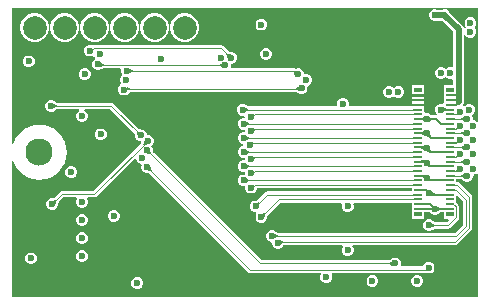
<source format=gbl>
G04*
G04 #@! TF.GenerationSoftware,Altium Limited,Altium Designer,25.1.2 (22)*
G04*
G04 Layer_Physical_Order=4*
G04 Layer_Color=16711680*
%FSLAX44Y44*%
%MOMM*%
G71*
G04*
G04 #@! TF.SameCoordinates,7ED34E8D-A4F8-468C-8B7F-49A99E5286A2*
G04*
G04*
G04 #@! TF.FilePolarity,Positive*
G04*
G01*
G75*
%ADD11C,0.2000*%
%ADD50C,0.1250*%
%ADD52C,0.5000*%
%ADD53C,2.0000*%
%ADD54C,2.3000*%
%ADD55C,0.6000*%
%ADD56R,0.6600X0.3500*%
%ADD57R,0.6600X0.1900*%
G36*
X397451Y151388D02*
X396201Y150870D01*
X395832Y151239D01*
X394155Y151934D01*
X393995Y152000D01*
X393000Y153214D01*
Y153995D01*
X392239Y155832D01*
X392387Y156577D01*
X392832Y156761D01*
X394239Y158168D01*
X395000Y160005D01*
Y161995D01*
X394239Y163832D01*
X392832Y165239D01*
X390995Y166000D01*
X389005D01*
X387168Y165239D01*
X385985Y164056D01*
X385480Y164127D01*
X385029Y164814D01*
X384935Y165366D01*
X385169Y165716D01*
X385518Y167472D01*
Y173000D01*
Y223903D01*
X386728Y224161D01*
X386768Y224161D01*
X388168Y222761D01*
X390005Y222000D01*
X391995D01*
X393832Y222761D01*
X395239Y224168D01*
X396000Y226005D01*
Y227995D01*
X395239Y229832D01*
X394571Y230500D01*
X395239Y231168D01*
X396000Y233005D01*
Y234995D01*
X395239Y236832D01*
X393832Y238239D01*
X391995Y239000D01*
X390005D01*
X388168Y238239D01*
X386761Y236832D01*
X386000Y234995D01*
Y233005D01*
X386761Y231168D01*
X387332Y230597D01*
X386543Y229693D01*
X385360Y229863D01*
X385169Y230826D01*
X384174Y232314D01*
X373651Y242838D01*
X373239Y243832D01*
X371832Y245239D01*
X369995Y246000D01*
X368005D01*
X367011Y245588D01*
X362989D01*
X361995Y246000D01*
X360005D01*
X358168Y245239D01*
X356761Y243832D01*
X356000Y241995D01*
Y240005D01*
X356761Y238168D01*
X358168Y236761D01*
X360005Y236000D01*
X361995D01*
X362989Y236412D01*
X367011D01*
X367162Y236349D01*
X376342Y227170D01*
Y197567D01*
X375302Y196873D01*
X374995Y197000D01*
X373005D01*
X371168Y196239D01*
X370000Y195071D01*
X368832Y196239D01*
X366995Y197000D01*
X365005D01*
X363168Y196239D01*
X361761Y194832D01*
X361000Y192995D01*
Y191005D01*
X361761Y189168D01*
X363168Y187761D01*
X365005Y187000D01*
X366995D01*
X368832Y187761D01*
X370000Y188929D01*
X371168Y187761D01*
X373005Y187000D01*
X374995D01*
X375302Y187127D01*
X376342Y186433D01*
Y181550D01*
X368250D01*
Y174050D01*
Y166833D01*
X367026Y165987D01*
X366995Y166000D01*
X365005D01*
X363168Y165239D01*
X361761Y163832D01*
X361000Y161995D01*
Y160005D01*
X361761Y158168D01*
X362743Y157185D01*
X362128Y156033D01*
X362000Y156059D01*
X362000Y156059D01*
X358405D01*
X358312Y156078D01*
X358220Y156106D01*
X358129Y156142D01*
X358035Y156188D01*
X357935Y156247D01*
X357830Y156322D01*
X357718Y156415D01*
X357550Y156575D01*
X357401Y156670D01*
X356832Y157239D01*
X354995Y158000D01*
X353005D01*
X352974Y157987D01*
X351750Y158833D01*
Y164000D01*
X346450D01*
X341150D01*
Y163676D01*
X288575D01*
X287880Y164716D01*
X288000Y165005D01*
Y166995D01*
X287239Y168832D01*
X285832Y170239D01*
X283995Y171000D01*
X282005D01*
X280168Y170239D01*
X278761Y168832D01*
X278000Y166995D01*
Y165005D01*
X278120Y164716D01*
X277425Y163676D01*
X202720D01*
X202705Y163681D01*
X202629Y163712D01*
X202520Y163769D01*
X202382Y163854D01*
X202239Y163956D01*
X201805Y164326D01*
X201569Y164557D01*
X201411Y164660D01*
X200832Y165239D01*
X198995Y166000D01*
X197005D01*
X195168Y165239D01*
X193761Y163832D01*
X193000Y161995D01*
Y160005D01*
X193761Y158168D01*
X195168Y156761D01*
X197005Y156000D01*
X198845D01*
X198905Y156000D01*
X199755Y155062D01*
X199538Y154003D01*
X198845Y154000D01*
X198005D01*
X196168Y153239D01*
X194761Y151832D01*
X194000Y149995D01*
Y148005D01*
X194761Y146168D01*
X196168Y144761D01*
X198005Y144000D01*
X198845D01*
X199995Y143995D01*
X199999Y143000D01*
X199995Y142005D01*
X198845Y142000D01*
X198005D01*
X196168Y141239D01*
X194761Y139832D01*
X194000Y137995D01*
Y136005D01*
X194761Y134168D01*
X196168Y132761D01*
X197845Y132066D01*
X198005Y132000D01*
X198825Y131000D01*
X198005Y130000D01*
X197845Y129934D01*
X196168Y129239D01*
X194761Y127832D01*
X194000Y125995D01*
Y124005D01*
X194761Y122168D01*
X196168Y120761D01*
X198005Y120000D01*
X198845D01*
X199995Y119995D01*
X199999Y119000D01*
X199995Y118005D01*
X198845Y118000D01*
X198005D01*
X196168Y117239D01*
X194761Y115832D01*
X194000Y113995D01*
Y112005D01*
X194761Y110168D01*
X196168Y108761D01*
X198005Y108000D01*
X198845D01*
X199995Y107995D01*
X199999Y107000D01*
X199995Y106005D01*
X198845Y106000D01*
X198005D01*
X196168Y105239D01*
X194761Y103832D01*
X194000Y101995D01*
Y100005D01*
X194761Y98168D01*
X196168Y96761D01*
X198005Y96000D01*
X198845D01*
X199995Y95995D01*
X200000Y94845D01*
Y94005D01*
X200761Y92168D01*
X202168Y90761D01*
X204005Y90000D01*
X205995D01*
X207832Y90761D01*
X209239Y92168D01*
X210000Y94005D01*
Y94324D01*
X341150D01*
Y91676D01*
X219000D01*
X217976Y91473D01*
X217108Y90892D01*
X217107Y90892D01*
X210445Y84230D01*
X210431Y84223D01*
X210355Y84191D01*
X210239Y84154D01*
X210080Y84117D01*
X209907Y84088D01*
X209338Y84042D01*
X209009Y84039D01*
X208823Y84000D01*
X208005D01*
X206168Y83239D01*
X204761Y81832D01*
X204000Y79995D01*
Y78005D01*
X204761Y76168D01*
X206168Y74761D01*
X208005Y74000D01*
X209161D01*
X209761Y72832D01*
X209000Y70995D01*
Y69005D01*
X209761Y67168D01*
X211168Y65761D01*
X213005Y65000D01*
X214995D01*
X216832Y65761D01*
X218239Y67168D01*
X219000Y69005D01*
Y69801D01*
X219038Y69964D01*
X219060Y70665D01*
X219083Y70880D01*
X219117Y71080D01*
X219154Y71239D01*
X219191Y71356D01*
X219223Y71431D01*
X219230Y71445D01*
X230109Y82324D01*
X281619D01*
X282447Y81074D01*
X282000Y79995D01*
Y78005D01*
X282761Y76168D01*
X284168Y74761D01*
X286005Y74000D01*
X287995D01*
X289832Y74761D01*
X291239Y76168D01*
X292000Y78005D01*
Y79995D01*
X291553Y81074D01*
X292381Y82324D01*
X341150D01*
Y78050D01*
Y68450D01*
X351750D01*
Y73941D01*
X356988D01*
X358168Y72761D01*
X360005Y72000D01*
X361995D01*
X363832Y72761D01*
X364401Y73330D01*
X364550Y73425D01*
X364718Y73585D01*
X364830Y73678D01*
X364935Y73753D01*
X365034Y73812D01*
X365129Y73858D01*
X365220Y73894D01*
X365312Y73922D01*
X365406Y73941D01*
X368250D01*
Y68450D01*
X372084D01*
X372562Y67295D01*
X370943Y65676D01*
X360720D01*
X360705Y65681D01*
X360629Y65712D01*
X360520Y65769D01*
X360382Y65854D01*
X360239Y65956D01*
X359805Y66326D01*
X359569Y66557D01*
X359411Y66660D01*
X358832Y67239D01*
X356995Y68000D01*
X355005D01*
X353168Y67239D01*
X351761Y65832D01*
X351000Y63995D01*
Y62005D01*
X351761Y60168D01*
X353168Y58761D01*
X355005Y58000D01*
X356995D01*
X358832Y58761D01*
X359395Y59324D01*
X359537Y59412D01*
X360048Y59892D01*
X360217Y60028D01*
X360382Y60146D01*
X360520Y60231D01*
X360629Y60288D01*
X360705Y60319D01*
X360720Y60324D01*
X372052D01*
X372052Y60324D01*
X373076Y60527D01*
X373944Y61108D01*
X380617Y67781D01*
X380618Y67781D01*
X381198Y68649D01*
X381401Y69673D01*
Y78727D01*
X381401Y78727D01*
X381198Y79751D01*
X380618Y80619D01*
X380617Y80619D01*
X379519Y81718D01*
X378850Y82165D01*
Y87626D01*
X380005Y88105D01*
X384522Y83587D01*
Y63198D01*
X378001Y56676D01*
X227720D01*
X227705Y56681D01*
X227629Y56712D01*
X227520Y56769D01*
X227382Y56854D01*
X227239Y56956D01*
X226805Y57326D01*
X226569Y57557D01*
X226411Y57660D01*
X225832Y58239D01*
X223995Y59000D01*
X222005D01*
X220168Y58239D01*
X218761Y56832D01*
X218000Y54995D01*
Y53005D01*
X218761Y51168D01*
X220168Y49761D01*
X221845Y49066D01*
X222005Y49000D01*
X223000Y47786D01*
Y47005D01*
X223761Y45168D01*
X225168Y43761D01*
X227005Y43000D01*
X228995D01*
X230832Y43761D01*
X232239Y45168D01*
X232414Y45592D01*
X232445Y45628D01*
X232583Y45875D01*
X232680Y46024D01*
X232762Y46129D01*
X232824Y46195D01*
X232836Y46205D01*
X282501D01*
X282979Y45050D01*
X282761Y44832D01*
X282000Y42995D01*
Y41005D01*
X282761Y39168D01*
X284168Y37761D01*
X286005Y37000D01*
X287995D01*
X289832Y37761D01*
X291239Y39168D01*
X292000Y41005D01*
Y42995D01*
X291239Y44832D01*
X291021Y45050D01*
X291499Y46205D01*
X377526D01*
X377526Y46205D01*
X378550Y46409D01*
X379419Y46989D01*
X391591Y59161D01*
X391591Y59161D01*
X392171Y60030D01*
X392375Y61054D01*
Y87246D01*
X392171Y88270D01*
X391591Y89138D01*
X391591Y89138D01*
X381837Y98892D01*
X380969Y99473D01*
X379945Y99677D01*
X378850Y100094D01*
Y102324D01*
X383280D01*
X383295Y102319D01*
X383371Y102288D01*
X383480Y102231D01*
X383618Y102146D01*
X383761Y102044D01*
X384195Y101674D01*
X384431Y101443D01*
X384590Y101340D01*
X385168Y100761D01*
X387005Y100000D01*
X388995D01*
X390832Y100761D01*
X392239Y102168D01*
X393000Y104005D01*
Y104786D01*
X393995Y106000D01*
X394155Y106066D01*
X395832Y106761D01*
X396201Y107130D01*
X397451Y106612D01*
Y2549D01*
X2549D01*
Y117908D01*
X3799Y118094D01*
X4416Y116060D01*
X6575Y112021D01*
X9480Y108480D01*
X13020Y105575D01*
X17060Y103416D01*
X21442Y102086D01*
X26000Y101637D01*
X30558Y102086D01*
X34940Y103416D01*
X38979Y105575D01*
X42520Y108480D01*
X45425Y112021D01*
X47584Y116060D01*
X48914Y120442D01*
X49363Y125000D01*
X48914Y129558D01*
X47584Y133940D01*
X45425Y137979D01*
X42520Y141520D01*
X38979Y144425D01*
X34940Y146584D01*
X30558Y147914D01*
X26000Y148363D01*
X21442Y147914D01*
X17060Y146584D01*
X13020Y144425D01*
X9480Y141520D01*
X6575Y137979D01*
X4416Y133940D01*
X3799Y131906D01*
X2549Y132092D01*
Y247451D01*
X397451D01*
Y151388D01*
D02*
G37*
G36*
X343181Y160081D02*
X343168Y160137D01*
X343130Y160187D01*
X343068Y160231D01*
X342980Y160269D01*
X342868Y160301D01*
X342730Y160328D01*
X342568Y160348D01*
X342168Y160372D01*
X341931Y160375D01*
Y161625D01*
X342168Y161628D01*
X342730Y161672D01*
X342868Y161699D01*
X342980Y161731D01*
X343068Y161769D01*
X343130Y161814D01*
X343168Y161864D01*
X343181Y161919D01*
Y160081D01*
D02*
G37*
G36*
X368361Y162891D02*
X368587Y162704D01*
X368819Y162539D01*
X369058Y162396D01*
X369303Y162275D01*
X369555Y162176D01*
X369813Y162099D01*
X370079Y162044D01*
X370350Y162011D01*
X370628Y162000D01*
Y160000D01*
X370350Y159989D01*
X370079Y159956D01*
X369813Y159901D01*
X369555Y159824D01*
X369303Y159725D01*
X369058Y159604D01*
X368819Y159461D01*
X368587Y159296D01*
X368361Y159109D01*
X368142Y158900D01*
Y163100D01*
X368361Y162891D01*
D02*
G37*
G36*
X200429Y162820D02*
X200983Y162348D01*
X201251Y162156D01*
X201513Y161994D01*
X201769Y161861D01*
X202020Y161758D01*
X202264Y161684D01*
X202502Y161640D01*
X202734Y161625D01*
Y160375D01*
X202502Y160360D01*
X202264Y160316D01*
X202020Y160242D01*
X201769Y160139D01*
X201513Y160006D01*
X201251Y159844D01*
X200983Y159652D01*
X200709Y159431D01*
X200142Y158900D01*
Y163100D01*
X200429Y162820D01*
D02*
G37*
G36*
X208727Y156558D02*
X208576Y156402D01*
X208223Y155986D01*
X208139Y155865D01*
X208072Y155752D01*
X208022Y155647D01*
X207990Y155552D01*
X207974Y155465D01*
X207975Y155386D01*
X207033Y157206D01*
X207095Y157159D01*
X207161Y157127D01*
X207232Y157112D01*
X207306Y157112D01*
X207385Y157127D01*
X207468Y157159D01*
X207556Y157206D01*
X207647Y157269D01*
X207743Y157347D01*
X207843Y157442D01*
X208727Y156558D01*
D02*
G37*
G36*
X379922Y156836D02*
X379886Y156862D01*
X379844Y156877D01*
X379797Y156879D01*
X379744Y156869D01*
X379687Y156847D01*
X379623Y156813D01*
X379554Y156768D01*
X379480Y156710D01*
X379401Y156640D01*
X379315Y156558D01*
X378432Y157442D01*
X378562Y157575D01*
X378938Y158007D01*
X378995Y158090D01*
X379038Y158163D01*
X379066Y158226D01*
X379079Y158280D01*
X379077Y158323D01*
X379922Y156836D01*
D02*
G37*
G36*
X376832Y157864D02*
X376870Y157814D01*
X376932Y157769D01*
X377020Y157731D01*
X377132Y157699D01*
X377270Y157672D01*
X377432Y157652D01*
X377832Y157628D01*
X378069Y157625D01*
Y156375D01*
X377832Y156372D01*
X377270Y156328D01*
X377132Y156301D01*
X377020Y156269D01*
X376932Y156231D01*
X376870Y156187D01*
X376832Y156137D01*
X376819Y156081D01*
Y157920D01*
X376832Y157864D01*
D02*
G37*
G36*
X343181Y156081D02*
X343168Y156137D01*
X343130Y156187D01*
X343068Y156231D01*
X342980Y156269D01*
X342868Y156301D01*
X342730Y156328D01*
X342568Y156348D01*
X342168Y156372D01*
X341931Y156375D01*
Y157625D01*
X342168Y157628D01*
X342730Y157672D01*
X342868Y157699D01*
X342980Y157731D01*
X343068Y157769D01*
X343130Y157814D01*
X343168Y157864D01*
X343181Y157920D01*
Y156081D01*
D02*
G37*
G36*
X376832Y153872D02*
X376870Y153829D01*
X376932Y153791D01*
X377020Y153759D01*
X377132Y153731D01*
X377270Y153708D01*
X377432Y153691D01*
X377832Y153671D01*
X378069Y153668D01*
Y152418D01*
X377832Y152415D01*
X377432Y152388D01*
X377270Y152364D01*
X377132Y152334D01*
X377020Y152297D01*
X376932Y152253D01*
X376870Y152202D01*
X376832Y152145D01*
X376819Y152080D01*
Y153919D01*
X376832Y153872D01*
D02*
G37*
G36*
X385827Y150931D02*
X385547Y151214D01*
X385001Y151690D01*
X384736Y151883D01*
X384477Y152046D01*
X384222Y152180D01*
X383973Y152284D01*
X383729Y152359D01*
X383490Y152403D01*
X383257Y152418D01*
X383275Y153668D01*
X383506Y153683D01*
X383744Y153727D01*
X383988Y153800D01*
X384239Y153902D01*
X384497Y154034D01*
X384762Y154195D01*
X385033Y154385D01*
X385312Y154604D01*
X385888Y155131D01*
X385827Y150931D01*
D02*
G37*
G36*
X356361Y154891D02*
X356587Y154704D01*
X356819Y154539D01*
X357058Y154396D01*
X357303Y154275D01*
X357555Y154176D01*
X357813Y154099D01*
X358078Y154044D01*
X358350Y154011D01*
X358628Y154000D01*
Y152000D01*
X358350Y151989D01*
X358078Y151956D01*
X357813Y151901D01*
X357555Y151824D01*
X357303Y151725D01*
X357058Y151604D01*
X356819Y151461D01*
X356587Y151296D01*
X356361Y151109D01*
X356142Y150900D01*
Y155100D01*
X356361Y154891D01*
D02*
G37*
G36*
X351858Y150900D02*
X351639Y151109D01*
X351413Y151296D01*
X351181Y151461D01*
X350942Y151604D01*
X350697Y151725D01*
X350445Y151824D01*
X350187Y151901D01*
X349921Y151956D01*
X349650Y151989D01*
X349372Y152000D01*
Y154000D01*
X349650Y154011D01*
X349921Y154044D01*
X350187Y154099D01*
X350445Y154176D01*
X350697Y154275D01*
X350942Y154396D01*
X351181Y154539D01*
X351413Y154704D01*
X351639Y154891D01*
X351858Y155100D01*
Y150900D01*
D02*
G37*
G36*
X343181Y148081D02*
X343168Y148137D01*
X343130Y148187D01*
X343068Y148231D01*
X342980Y148269D01*
X342868Y148301D01*
X342730Y148328D01*
X342568Y148349D01*
X342168Y148372D01*
X341931Y148375D01*
Y149625D01*
X342168Y149628D01*
X342730Y149672D01*
X342868Y149699D01*
X342980Y149731D01*
X343068Y149769D01*
X343130Y149813D01*
X343168Y149864D01*
X343181Y149920D01*
Y148081D01*
D02*
G37*
G36*
X201429Y150820D02*
X201983Y150348D01*
X202251Y150156D01*
X202513Y149994D01*
X202769Y149861D01*
X203020Y149758D01*
X203264Y149684D01*
X203502Y149640D01*
X203734Y149625D01*
Y148375D01*
X203502Y148360D01*
X203264Y148316D01*
X203020Y148242D01*
X202769Y148139D01*
X202513Y148006D01*
X202251Y147844D01*
X201983Y147652D01*
X201709Y147431D01*
X201142Y146900D01*
Y151100D01*
X201429Y150820D01*
D02*
G37*
G36*
X208727Y144558D02*
X208576Y144402D01*
X208223Y143986D01*
X208139Y143865D01*
X208072Y143752D01*
X208022Y143647D01*
X207990Y143552D01*
X207974Y143465D01*
X207975Y143386D01*
X207033Y145206D01*
X207095Y145159D01*
X207161Y145127D01*
X207232Y145112D01*
X207306Y145112D01*
X207385Y145127D01*
X207468Y145159D01*
X207556Y145206D01*
X207647Y145269D01*
X207743Y145347D01*
X207843Y145442D01*
X208727Y144558D01*
D02*
G37*
G36*
X379922Y144836D02*
X379886Y144862D01*
X379844Y144877D01*
X379797Y144879D01*
X379744Y144869D01*
X379687Y144847D01*
X379623Y144813D01*
X379554Y144768D01*
X379480Y144710D01*
X379401Y144640D01*
X379315Y144558D01*
X378432Y145442D01*
X378562Y145575D01*
X378938Y146007D01*
X378995Y146090D01*
X379038Y146163D01*
X379066Y146227D01*
X379079Y146280D01*
X379077Y146323D01*
X379922Y144836D01*
D02*
G37*
G36*
X376832Y145864D02*
X376870Y145814D01*
X376932Y145769D01*
X377020Y145731D01*
X377132Y145699D01*
X377270Y145672D01*
X377432Y145652D01*
X377832Y145628D01*
X378069Y145625D01*
Y144375D01*
X377832Y144372D01*
X377270Y144328D01*
X377132Y144301D01*
X377020Y144269D01*
X376932Y144231D01*
X376870Y144186D01*
X376832Y144136D01*
X376819Y144080D01*
Y145920D01*
X376832Y145864D01*
D02*
G37*
G36*
X343181Y144080D02*
X343168Y144136D01*
X343130Y144186D01*
X343068Y144231D01*
X342980Y144269D01*
X342868Y144301D01*
X342730Y144328D01*
X342568Y144348D01*
X342168Y144372D01*
X341931Y144375D01*
Y145625D01*
X342168Y145628D01*
X342730Y145672D01*
X342868Y145699D01*
X342980Y145731D01*
X343068Y145769D01*
X343130Y145814D01*
X343168Y145864D01*
X343181Y145920D01*
Y144080D01*
D02*
G37*
G36*
X376832Y141863D02*
X376870Y141813D01*
X376932Y141769D01*
X377020Y141731D01*
X377132Y141699D01*
X377270Y141672D01*
X377432Y141651D01*
X377832Y141628D01*
X378069Y141625D01*
Y140375D01*
X377832Y140372D01*
X377270Y140328D01*
X377132Y140301D01*
X377020Y140269D01*
X376932Y140231D01*
X376870Y140187D01*
X376832Y140136D01*
X376819Y140080D01*
Y141919D01*
X376832Y141863D01*
D02*
G37*
G36*
X385858Y138900D02*
X385571Y139180D01*
X385017Y139652D01*
X384749Y139844D01*
X384487Y140006D01*
X384231Y140139D01*
X383980Y140242D01*
X383736Y140316D01*
X383498Y140360D01*
X383266Y140375D01*
Y141625D01*
X383498Y141640D01*
X383736Y141684D01*
X383980Y141758D01*
X384231Y141861D01*
X384487Y141994D01*
X384749Y142156D01*
X385017Y142348D01*
X385291Y142569D01*
X385858Y143100D01*
Y138900D01*
D02*
G37*
G36*
X351858D02*
X351639Y139109D01*
X351413Y139296D01*
X351181Y139461D01*
X350942Y139604D01*
X350697Y139725D01*
X350445Y139824D01*
X350187Y139901D01*
X349921Y139956D01*
X349650Y139989D01*
X349372Y140000D01*
Y142000D01*
X349650Y142011D01*
X349921Y142044D01*
X350187Y142099D01*
X350445Y142176D01*
X350697Y142275D01*
X350942Y142396D01*
X351181Y142539D01*
X351413Y142704D01*
X351639Y142891D01*
X351858Y143100D01*
Y138900D01*
D02*
G37*
G36*
X357007Y140667D02*
X357034Y140376D01*
X357082Y140095D01*
X357149Y139825D01*
X357237Y139566D01*
X357345Y139318D01*
X357474Y139081D01*
X357622Y138854D01*
X357791Y138639D01*
X357980Y138434D01*
X356566Y137020D01*
X356361Y137209D01*
X356146Y137378D01*
X355919Y137526D01*
X355682Y137655D01*
X355434Y137763D01*
X355175Y137851D01*
X354905Y137918D01*
X354624Y137966D01*
X354333Y137993D01*
X354030Y138000D01*
X357000Y140970D01*
X357007Y140667D01*
D02*
G37*
G36*
X343181Y136081D02*
X343168Y136137D01*
X343130Y136187D01*
X343068Y136231D01*
X342980Y136269D01*
X342868Y136301D01*
X342730Y136328D01*
X342568Y136348D01*
X342168Y136372D01*
X341931Y136375D01*
Y137625D01*
X342168Y137628D01*
X342730Y137672D01*
X342868Y137699D01*
X342980Y137731D01*
X343068Y137769D01*
X343130Y137814D01*
X343168Y137864D01*
X343181Y137920D01*
Y136081D01*
D02*
G37*
G36*
X201429Y138820D02*
X201983Y138348D01*
X202251Y138156D01*
X202513Y137994D01*
X202769Y137861D01*
X203020Y137758D01*
X203264Y137684D01*
X203502Y137640D01*
X203734Y137625D01*
Y136375D01*
X203502Y136360D01*
X203264Y136316D01*
X203020Y136242D01*
X202769Y136139D01*
X202513Y136006D01*
X202251Y135844D01*
X201983Y135652D01*
X201709Y135431D01*
X201142Y134900D01*
Y139100D01*
X201429Y138820D01*
D02*
G37*
G36*
X207727Y132558D02*
X207576Y132402D01*
X207223Y131986D01*
X207139Y131865D01*
X207072Y131752D01*
X207022Y131648D01*
X206990Y131552D01*
X206974Y131465D01*
X206975Y131386D01*
X206033Y133206D01*
X206095Y133159D01*
X206161Y133127D01*
X206231Y133112D01*
X206306Y133111D01*
X206385Y133127D01*
X206468Y133159D01*
X206556Y133206D01*
X206647Y133269D01*
X206743Y133348D01*
X206843Y133442D01*
X207727Y132558D01*
D02*
G37*
G36*
X379954Y132806D02*
X379895Y132852D01*
X379831Y132882D01*
X379764Y132896D01*
X379692Y132895D01*
X379615Y132879D01*
X379534Y132848D01*
X379449Y132801D01*
X379359Y132739D01*
X379265Y132661D01*
X379167Y132568D01*
X378283Y133452D01*
X378433Y133606D01*
X378782Y134016D01*
X378865Y134134D01*
X378931Y134244D01*
X378980Y134345D01*
X379013Y134438D01*
X379029Y134521D01*
X379027Y134596D01*
X379954Y132806D01*
D02*
G37*
G36*
X376832Y133865D02*
X376870Y133817D01*
X376932Y133775D01*
X377020Y133738D01*
X377132Y133706D01*
X377270Y133681D01*
X377432Y133661D01*
X377832Y133638D01*
X378069Y133635D01*
Y132385D01*
X377832Y132382D01*
X377270Y132337D01*
X377132Y132309D01*
X377020Y132276D01*
X376932Y132236D01*
X376870Y132190D01*
X376832Y132138D01*
X376819Y132080D01*
Y133919D01*
X376832Y133865D01*
D02*
G37*
G36*
X343181Y132080D02*
X343168Y132136D01*
X343130Y132186D01*
X343068Y132231D01*
X342980Y132269D01*
X342868Y132301D01*
X342730Y132328D01*
X342568Y132348D01*
X342168Y132372D01*
X341931Y132375D01*
Y133625D01*
X342168Y133628D01*
X342730Y133672D01*
X342868Y133699D01*
X342980Y133731D01*
X343068Y133769D01*
X343130Y133813D01*
X343168Y133864D01*
X343181Y133919D01*
Y132080D01*
D02*
G37*
G36*
X376832Y129864D02*
X376870Y129813D01*
X376932Y129769D01*
X377020Y129731D01*
X377132Y129699D01*
X377270Y129672D01*
X377432Y129651D01*
X377832Y129628D01*
X378069Y129625D01*
Y128375D01*
X377832Y128372D01*
X377270Y128328D01*
X377132Y128301D01*
X377020Y128269D01*
X376932Y128231D01*
X376870Y128187D01*
X376832Y128136D01*
X376819Y128081D01*
Y129920D01*
X376832Y129864D01*
D02*
G37*
G36*
X385858Y126900D02*
X385571Y127180D01*
X385017Y127652D01*
X384749Y127844D01*
X384487Y128006D01*
X384231Y128139D01*
X383980Y128242D01*
X383736Y128316D01*
X383498Y128360D01*
X383266Y128375D01*
Y129625D01*
X383498Y129640D01*
X383736Y129684D01*
X383980Y129758D01*
X384231Y129861D01*
X384487Y129994D01*
X384749Y130156D01*
X385017Y130348D01*
X385291Y130569D01*
X385858Y131100D01*
Y126900D01*
D02*
G37*
G36*
X351495Y126725D02*
X351327Y126957D01*
X351146Y127166D01*
X350952Y127350D01*
X350745Y127509D01*
X350525Y127644D01*
X350292Y127754D01*
X350046Y127840D01*
X349787Y127901D01*
X349515Y127938D01*
X349230Y127950D01*
X349647Y129950D01*
X349916Y129959D01*
X350185Y129986D01*
X350452Y130031D01*
X350719Y130093D01*
X350985Y130174D01*
X351250Y130273D01*
X351513Y130389D01*
X351777Y130524D01*
X352039Y130676D01*
X352300Y130847D01*
X351495Y126725D01*
D02*
G37*
G36*
X357002Y128011D02*
X357027Y127730D01*
X357072Y127458D01*
X357139Y127195D01*
X357226Y126941D01*
X357335Y126696D01*
X357464Y126461D01*
X357615Y126234D01*
X357787Y126017D01*
X357980Y125809D01*
X356566Y124395D01*
X356358Y124588D01*
X356141Y124760D01*
X355914Y124910D01*
X355679Y125040D01*
X355434Y125149D01*
X355180Y125236D01*
X354917Y125303D01*
X354645Y125348D01*
X354364Y125373D01*
X354074Y125376D01*
X356999Y128301D01*
X357002Y128011D01*
D02*
G37*
G36*
X343181Y124080D02*
X343168Y124136D01*
X343130Y124186D01*
X343068Y124231D01*
X342980Y124269D01*
X342868Y124301D01*
X342730Y124328D01*
X342568Y124348D01*
X342168Y124372D01*
X341931Y124375D01*
Y125625D01*
X342168Y125628D01*
X342730Y125672D01*
X342868Y125699D01*
X342980Y125731D01*
X343068Y125769D01*
X343130Y125814D01*
X343168Y125864D01*
X343181Y125920D01*
Y124080D01*
D02*
G37*
G36*
X201429Y126820D02*
X201983Y126348D01*
X202251Y126156D01*
X202513Y125994D01*
X202769Y125861D01*
X203020Y125758D01*
X203264Y125684D01*
X203502Y125640D01*
X203734Y125625D01*
Y124375D01*
X203502Y124360D01*
X203264Y124316D01*
X203020Y124242D01*
X202769Y124139D01*
X202513Y124006D01*
X202251Y123844D01*
X201983Y123652D01*
X201709Y123431D01*
X201142Y122900D01*
Y127100D01*
X201429Y126820D01*
D02*
G37*
G36*
X208727Y120558D02*
X208576Y120402D01*
X208223Y119986D01*
X208139Y119865D01*
X208072Y119752D01*
X208022Y119648D01*
X207990Y119552D01*
X207974Y119465D01*
X207975Y119386D01*
X207033Y121206D01*
X207095Y121159D01*
X207161Y121127D01*
X207232Y121112D01*
X207306Y121111D01*
X207385Y121127D01*
X207468Y121159D01*
X207556Y121206D01*
X207647Y121269D01*
X207743Y121348D01*
X207843Y121442D01*
X208727Y120558D01*
D02*
G37*
G36*
X379922Y120836D02*
X379886Y120863D01*
X379844Y120877D01*
X379797Y120879D01*
X379744Y120869D01*
X379687Y120847D01*
X379623Y120813D01*
X379554Y120767D01*
X379480Y120710D01*
X379401Y120640D01*
X379315Y120558D01*
X378432Y121442D01*
X378562Y121575D01*
X378938Y122007D01*
X378995Y122090D01*
X379038Y122163D01*
X379066Y122226D01*
X379079Y122280D01*
X379077Y122323D01*
X379922Y120836D01*
D02*
G37*
G36*
X376832Y121864D02*
X376870Y121813D01*
X376932Y121769D01*
X377020Y121731D01*
X377132Y121699D01*
X377270Y121672D01*
X377432Y121651D01*
X377832Y121628D01*
X378069Y121625D01*
Y120375D01*
X377832Y120372D01*
X377270Y120328D01*
X377132Y120301D01*
X377020Y120269D01*
X376932Y120231D01*
X376870Y120187D01*
X376832Y120136D01*
X376819Y120080D01*
Y121919D01*
X376832Y121864D01*
D02*
G37*
G36*
X343181Y120080D02*
X343168Y120136D01*
X343130Y120187D01*
X343068Y120231D01*
X342980Y120269D01*
X342868Y120301D01*
X342730Y120328D01*
X342568Y120349D01*
X342168Y120372D01*
X341931Y120375D01*
Y121625D01*
X342168Y121628D01*
X342730Y121672D01*
X342868Y121699D01*
X342980Y121731D01*
X343068Y121769D01*
X343130Y121813D01*
X343168Y121864D01*
X343181Y121919D01*
Y120080D01*
D02*
G37*
G36*
X376832Y117864D02*
X376870Y117814D01*
X376932Y117769D01*
X377020Y117731D01*
X377132Y117699D01*
X377270Y117672D01*
X377432Y117652D01*
X377832Y117628D01*
X378069Y117625D01*
Y116375D01*
X377832Y116372D01*
X377270Y116328D01*
X377132Y116301D01*
X377020Y116269D01*
X376932Y116231D01*
X376870Y116187D01*
X376832Y116136D01*
X376819Y116081D01*
Y117920D01*
X376832Y117864D01*
D02*
G37*
G36*
X385858Y114900D02*
X385571Y115180D01*
X385017Y115652D01*
X384749Y115844D01*
X384487Y116006D01*
X384231Y116139D01*
X383980Y116242D01*
X383736Y116316D01*
X383498Y116360D01*
X383266Y116375D01*
Y117625D01*
X383498Y117640D01*
X383736Y117684D01*
X383980Y117758D01*
X384231Y117861D01*
X384487Y117994D01*
X384749Y118156D01*
X385017Y118348D01*
X385291Y118569D01*
X385858Y119100D01*
Y114900D01*
D02*
G37*
G36*
X351226Y114732D02*
X351112Y114973D01*
X350978Y115188D01*
X350825Y115379D01*
X350652Y115543D01*
X350459Y115683D01*
X350247Y115797D01*
X350015Y115886D01*
X349764Y115949D01*
X349493Y115987D01*
X349203Y116000D01*
X349419Y118000D01*
X349803Y118006D01*
X350895Y118100D01*
X351239Y118156D01*
X351894Y118306D01*
X352207Y118400D01*
X352801Y118625D01*
X351226Y114732D01*
D02*
G37*
G36*
X356801Y114768D02*
X356811Y114699D01*
X356840Y114618D01*
X356888Y114525D01*
X356956Y114419D01*
X357043Y114302D01*
X357274Y114029D01*
X357582Y113707D01*
X356168Y112293D01*
X356001Y112457D01*
X355574Y112832D01*
X355456Y112919D01*
X355350Y112987D01*
X355257Y113035D01*
X355176Y113064D01*
X355107Y113074D01*
X355051Y113065D01*
X356810Y114824D01*
X356801Y114768D01*
D02*
G37*
G36*
X343181Y112080D02*
X343168Y112136D01*
X343130Y112186D01*
X343068Y112231D01*
X342980Y112269D01*
X342868Y112301D01*
X342730Y112328D01*
X342568Y112348D01*
X342168Y112372D01*
X341931Y112375D01*
Y113625D01*
X342168Y113628D01*
X342730Y113672D01*
X342868Y113699D01*
X342980Y113731D01*
X343068Y113769D01*
X343130Y113813D01*
X343168Y113864D01*
X343181Y113919D01*
Y112080D01*
D02*
G37*
G36*
X201429Y114820D02*
X201983Y114348D01*
X202251Y114156D01*
X202513Y113994D01*
X202769Y113861D01*
X203020Y113758D01*
X203264Y113684D01*
X203502Y113640D01*
X203734Y113625D01*
Y112375D01*
X203502Y112360D01*
X203264Y112316D01*
X203020Y112242D01*
X202769Y112139D01*
X202513Y112006D01*
X202251Y111844D01*
X201983Y111652D01*
X201709Y111431D01*
X201142Y110900D01*
Y115100D01*
X201429Y114820D01*
D02*
G37*
G36*
X208727Y108558D02*
X208576Y108402D01*
X208223Y107986D01*
X208139Y107865D01*
X208072Y107752D01*
X208022Y107647D01*
X207990Y107552D01*
X207974Y107465D01*
X207975Y107386D01*
X207033Y109206D01*
X207095Y109159D01*
X207161Y109127D01*
X207232Y109112D01*
X207306Y109111D01*
X207385Y109127D01*
X207468Y109159D01*
X207556Y109206D01*
X207647Y109269D01*
X207743Y109347D01*
X207843Y109442D01*
X208727Y108558D01*
D02*
G37*
G36*
X379922Y108836D02*
X379886Y108862D01*
X379844Y108877D01*
X379797Y108879D01*
X379744Y108869D01*
X379687Y108847D01*
X379623Y108813D01*
X379554Y108767D01*
X379480Y108710D01*
X379401Y108640D01*
X379315Y108558D01*
X378432Y109442D01*
X378562Y109575D01*
X378938Y110007D01*
X378995Y110090D01*
X379038Y110163D01*
X379066Y110226D01*
X379079Y110280D01*
X379077Y110323D01*
X379922Y108836D01*
D02*
G37*
G36*
X376832Y109864D02*
X376870Y109813D01*
X376932Y109769D01*
X377020Y109731D01*
X377132Y109699D01*
X377270Y109672D01*
X377432Y109651D01*
X377832Y109628D01*
X378069Y109625D01*
Y108375D01*
X377832Y108372D01*
X377270Y108328D01*
X377132Y108301D01*
X377020Y108269D01*
X376932Y108231D01*
X376870Y108187D01*
X376832Y108137D01*
X376819Y108081D01*
Y109920D01*
X376832Y109864D01*
D02*
G37*
G36*
X343181Y108081D02*
X343168Y108137D01*
X343130Y108187D01*
X343068Y108231D01*
X342980Y108269D01*
X342868Y108301D01*
X342730Y108328D01*
X342568Y108349D01*
X342168Y108372D01*
X341931Y108375D01*
Y109625D01*
X342168Y109628D01*
X342730Y109672D01*
X342868Y109699D01*
X342980Y109731D01*
X343068Y109769D01*
X343130Y109813D01*
X343168Y109864D01*
X343181Y109920D01*
Y108081D01*
D02*
G37*
G36*
X376832Y105864D02*
X376870Y105814D01*
X376932Y105769D01*
X377020Y105731D01*
X377132Y105699D01*
X377270Y105672D01*
X377432Y105652D01*
X377832Y105628D01*
X378069Y105625D01*
Y104375D01*
X377832Y104372D01*
X377270Y104328D01*
X377132Y104301D01*
X377020Y104269D01*
X376932Y104231D01*
X376870Y104186D01*
X376832Y104136D01*
X376819Y104080D01*
Y105920D01*
X376832Y105864D01*
D02*
G37*
G36*
X385858Y102900D02*
X385571Y103180D01*
X385017Y103652D01*
X384749Y103844D01*
X384487Y104006D01*
X384231Y104139D01*
X383980Y104242D01*
X383736Y104316D01*
X383498Y104360D01*
X383266Y104375D01*
Y105625D01*
X383498Y105640D01*
X383736Y105684D01*
X383980Y105758D01*
X384231Y105861D01*
X384487Y105994D01*
X384749Y106156D01*
X385017Y106348D01*
X385291Y106569D01*
X385858Y107100D01*
Y102900D01*
D02*
G37*
G36*
X343181Y100080D02*
X343168Y100136D01*
X343130Y100187D01*
X343068Y100231D01*
X342980Y100269D01*
X342868Y100301D01*
X342730Y100328D01*
X342568Y100349D01*
X342168Y100372D01*
X341931Y100375D01*
Y101625D01*
X342168Y101628D01*
X342730Y101672D01*
X342868Y101699D01*
X342980Y101731D01*
X343068Y101769D01*
X343130Y101813D01*
X343168Y101864D01*
X343181Y101919D01*
Y100080D01*
D02*
G37*
G36*
X201429Y102820D02*
X201983Y102348D01*
X202251Y102156D01*
X202513Y101994D01*
X202769Y101861D01*
X203020Y101758D01*
X203264Y101684D01*
X203502Y101640D01*
X203734Y101625D01*
Y100375D01*
X203502Y100360D01*
X203264Y100316D01*
X203020Y100242D01*
X202769Y100139D01*
X202513Y100006D01*
X202251Y99844D01*
X201983Y99652D01*
X201709Y99431D01*
X201142Y98900D01*
Y103100D01*
X201429Y102820D01*
D02*
G37*
G36*
X208727Y96558D02*
X208576Y96402D01*
X208223Y95986D01*
X208139Y95865D01*
X208072Y95752D01*
X208022Y95647D01*
X207990Y95552D01*
X207974Y95465D01*
X207975Y95386D01*
X207033Y97206D01*
X207095Y97159D01*
X207161Y97127D01*
X207232Y97112D01*
X207306Y97112D01*
X207385Y97127D01*
X207468Y97159D01*
X207556Y97206D01*
X207647Y97269D01*
X207743Y97347D01*
X207843Y97442D01*
X208727Y96558D01*
D02*
G37*
G36*
X376832Y97864D02*
X376870Y97814D01*
X376932Y97769D01*
X377020Y97731D01*
X377132Y97699D01*
X377270Y97672D01*
X377432Y97652D01*
X377832Y97628D01*
X378069Y97625D01*
Y96375D01*
X377832Y96372D01*
X377270Y96328D01*
X377132Y96301D01*
X377020Y96269D01*
X376932Y96231D01*
X376870Y96187D01*
X376832Y96137D01*
X376819Y96081D01*
Y97920D01*
X376832Y97864D01*
D02*
G37*
G36*
X343181Y96081D02*
X343168Y96137D01*
X343130Y96187D01*
X343068Y96231D01*
X342980Y96269D01*
X342868Y96301D01*
X342730Y96328D01*
X342568Y96348D01*
X342168Y96372D01*
X341931Y96375D01*
Y97625D01*
X342168Y97628D01*
X342730Y97672D01*
X342868Y97699D01*
X342980Y97731D01*
X343068Y97769D01*
X343130Y97814D01*
X343168Y97864D01*
X343181Y97920D01*
Y96081D01*
D02*
G37*
G36*
X376832Y93863D02*
X376870Y93813D01*
X376932Y93769D01*
X377020Y93731D01*
X377132Y93699D01*
X377270Y93672D01*
X377432Y93652D01*
X377832Y93628D01*
X378069Y93625D01*
Y92375D01*
X377832Y92372D01*
X377270Y92328D01*
X377132Y92301D01*
X377020Y92269D01*
X376932Y92231D01*
X376870Y92186D01*
X376832Y92136D01*
X376819Y92080D01*
Y93919D01*
X376832Y93863D01*
D02*
G37*
G36*
X353999Y93544D02*
X354426Y93168D01*
X354544Y93081D01*
X354650Y93013D01*
X354743Y92965D01*
X354824Y92936D01*
X354893Y92926D01*
X354949Y92935D01*
X353190Y91176D01*
X353199Y91232D01*
X353189Y91301D01*
X353160Y91382D01*
X353112Y91475D01*
X353044Y91581D01*
X352957Y91699D01*
X352726Y91971D01*
X352418Y92293D01*
X353832Y93707D01*
X353999Y93544D01*
D02*
G37*
G36*
X343181Y88081D02*
X343168Y88137D01*
X343130Y88187D01*
X343068Y88231D01*
X342980Y88269D01*
X342868Y88301D01*
X342730Y88328D01*
X342568Y88349D01*
X342168Y88372D01*
X341931Y88375D01*
Y89625D01*
X342168Y89628D01*
X342730Y89672D01*
X342868Y89699D01*
X342980Y89731D01*
X343068Y89769D01*
X343130Y89813D01*
X343168Y89864D01*
X343181Y89920D01*
Y88081D01*
D02*
G37*
G36*
X358888Y91027D02*
X359022Y90812D01*
X359175Y90622D01*
X359348Y90457D01*
X359541Y90317D01*
X359753Y90203D01*
X359985Y90114D01*
X360236Y90051D01*
X360507Y90013D01*
X360797Y90000D01*
X360581Y88000D01*
X360197Y87994D01*
X359105Y87900D01*
X358761Y87844D01*
X358106Y87694D01*
X357793Y87600D01*
X357199Y87375D01*
X358774Y91268D01*
X358888Y91027D01*
D02*
G37*
G36*
X343181Y84080D02*
X343168Y84136D01*
X343130Y84186D01*
X343068Y84231D01*
X342980Y84269D01*
X342868Y84301D01*
X342730Y84328D01*
X342568Y84348D01*
X342168Y84372D01*
X341931Y84375D01*
Y85625D01*
X342168Y85628D01*
X342730Y85672D01*
X342868Y85699D01*
X342980Y85731D01*
X343068Y85769D01*
X343130Y85814D01*
X343168Y85864D01*
X343181Y85920D01*
Y84080D01*
D02*
G37*
G36*
X212789Y81906D02*
X212636Y81731D01*
X212499Y81531D01*
X212378Y81306D01*
X212274Y81057D01*
X212187Y80782D01*
X212116Y80481D01*
X212062Y80156D01*
X212025Y79806D01*
X212000Y79030D01*
X209030Y82000D01*
X209431Y82004D01*
X210156Y82062D01*
X210481Y82116D01*
X210781Y82187D01*
X211057Y82274D01*
X211306Y82378D01*
X211531Y82499D01*
X211731Y82636D01*
X211906Y82789D01*
X212789Y81906D01*
D02*
G37*
G36*
X363361Y78891D02*
X363587Y78704D01*
X363819Y78539D01*
X364058Y78396D01*
X364303Y78275D01*
X364555Y78176D01*
X364813Y78099D01*
X365079Y78044D01*
X365350Y78011D01*
X365628Y78000D01*
Y76000D01*
X365350Y75989D01*
X365079Y75956D01*
X364813Y75901D01*
X364555Y75824D01*
X364303Y75725D01*
X364058Y75604D01*
X363819Y75461D01*
X363587Y75296D01*
X363361Y75109D01*
X363142Y74900D01*
Y79100D01*
X363361Y78891D01*
D02*
G37*
G36*
X217789Y72906D02*
X217636Y72731D01*
X217499Y72531D01*
X217378Y72306D01*
X217274Y72057D01*
X217187Y71782D01*
X217116Y71481D01*
X217062Y71156D01*
X217025Y70806D01*
X217000Y70030D01*
X214030Y73000D01*
X214431Y73004D01*
X215156Y73062D01*
X215481Y73116D01*
X215782Y73187D01*
X216057Y73274D01*
X216306Y73378D01*
X216531Y73499D01*
X216731Y73636D01*
X216906Y73790D01*
X217789Y72906D01*
D02*
G37*
G36*
X358429Y64820D02*
X358983Y64348D01*
X359251Y64156D01*
X359513Y63994D01*
X359769Y63861D01*
X360020Y63758D01*
X360264Y63684D01*
X360502Y63640D01*
X360734Y63625D01*
Y62375D01*
X360502Y62360D01*
X360264Y62316D01*
X360020Y62242D01*
X359769Y62139D01*
X359513Y62006D01*
X359251Y61844D01*
X358983Y61652D01*
X358709Y61431D01*
X358142Y60900D01*
Y65100D01*
X358429Y64820D01*
D02*
G37*
G36*
X225429Y55820D02*
X225983Y55348D01*
X226251Y55156D01*
X226513Y54994D01*
X226769Y54861D01*
X227020Y54758D01*
X227264Y54684D01*
X227502Y54640D01*
X227734Y54625D01*
Y53375D01*
X227502Y53360D01*
X227264Y53316D01*
X227020Y53242D01*
X226769Y53139D01*
X226513Y53006D01*
X226251Y52844D01*
X225983Y52652D01*
X225709Y52431D01*
X225142Y51900D01*
Y56100D01*
X225429Y55820D01*
D02*
G37*
G36*
X229836Y50422D02*
X231213Y49789D01*
X231498Y49687D01*
X231994Y49552D01*
X232206Y49518D01*
X232394Y49506D01*
X232789Y48256D01*
X232537Y48240D01*
X232295Y48191D01*
X232061Y48109D01*
X231835Y47995D01*
X231618Y47848D01*
X231410Y47668D01*
X231211Y47456D01*
X231020Y47210D01*
X230838Y46933D01*
X230665Y46622D01*
X229431Y50637D01*
X229836Y50422D01*
D02*
G37*
%LPC*%
G36*
X214995Y238000D02*
X213005D01*
X211168Y237239D01*
X209761Y235832D01*
X209000Y233995D01*
Y232005D01*
X209761Y230168D01*
X211168Y228761D01*
X213005Y228000D01*
X214995D01*
X216832Y228761D01*
X218239Y230168D01*
X219000Y232005D01*
Y233995D01*
X218239Y235832D01*
X216832Y237239D01*
X214995Y238000D01*
D02*
G37*
G36*
X150580Y242500D02*
X147420D01*
X144368Y241682D01*
X141632Y240102D01*
X139398Y237868D01*
X137818Y235132D01*
X137000Y232080D01*
Y228920D01*
X137818Y225868D01*
X139398Y223132D01*
X141632Y220898D01*
X144368Y219318D01*
X147420Y218500D01*
X150580D01*
X153632Y219318D01*
X156368Y220898D01*
X158602Y223132D01*
X160182Y225868D01*
X161000Y228920D01*
Y232080D01*
X160182Y235132D01*
X158602Y237868D01*
X156368Y240102D01*
X153632Y241682D01*
X150580Y242500D01*
D02*
G37*
G36*
X125180D02*
X122020D01*
X118968Y241682D01*
X116232Y240102D01*
X113998Y237868D01*
X112418Y235132D01*
X111600Y232080D01*
Y228920D01*
X112418Y225868D01*
X113998Y223132D01*
X116232Y220898D01*
X118968Y219318D01*
X122020Y218500D01*
X125180D01*
X128232Y219318D01*
X130968Y220898D01*
X133202Y223132D01*
X134782Y225868D01*
X135600Y228920D01*
Y232080D01*
X134782Y235132D01*
X133202Y237868D01*
X130968Y240102D01*
X128232Y241682D01*
X125180Y242500D01*
D02*
G37*
G36*
X99780D02*
X96620D01*
X93568Y241682D01*
X90832Y240102D01*
X88598Y237868D01*
X87018Y235132D01*
X86200Y232080D01*
Y228920D01*
X87018Y225868D01*
X88598Y223132D01*
X90832Y220898D01*
X93568Y219318D01*
X96620Y218500D01*
X99780D01*
X102832Y219318D01*
X105568Y220898D01*
X107802Y223132D01*
X109382Y225868D01*
X110200Y228920D01*
Y232080D01*
X109382Y235132D01*
X107802Y237868D01*
X105568Y240102D01*
X102832Y241682D01*
X99780Y242500D01*
D02*
G37*
G36*
X74380D02*
X71220D01*
X68168Y241682D01*
X65432Y240102D01*
X63198Y237868D01*
X61618Y235132D01*
X60800Y232080D01*
Y228920D01*
X61618Y225868D01*
X63198Y223132D01*
X65432Y220898D01*
X68168Y219318D01*
X71220Y218500D01*
X74380D01*
X77432Y219318D01*
X80168Y220898D01*
X82402Y223132D01*
X83982Y225868D01*
X84800Y228920D01*
Y232080D01*
X83982Y235132D01*
X82402Y237868D01*
X80168Y240102D01*
X77432Y241682D01*
X74380Y242500D01*
D02*
G37*
G36*
X48980D02*
X45820D01*
X42768Y241682D01*
X40032Y240102D01*
X37798Y237868D01*
X36218Y235132D01*
X35400Y232080D01*
Y228920D01*
X36218Y225868D01*
X37798Y223132D01*
X40032Y220898D01*
X42768Y219318D01*
X45820Y218500D01*
X48980D01*
X52032Y219318D01*
X54768Y220898D01*
X57002Y223132D01*
X58582Y225868D01*
X59400Y228920D01*
Y232080D01*
X58582Y235132D01*
X57002Y237868D01*
X54768Y240102D01*
X52032Y241682D01*
X48980Y242500D01*
D02*
G37*
G36*
X23580D02*
X20420D01*
X17368Y241682D01*
X14632Y240102D01*
X12398Y237868D01*
X10818Y235132D01*
X10000Y232080D01*
Y228920D01*
X10818Y225868D01*
X12398Y223132D01*
X14632Y220898D01*
X17368Y219318D01*
X20420Y218500D01*
X23580D01*
X26632Y219318D01*
X29368Y220898D01*
X31602Y223132D01*
X33182Y225868D01*
X34000Y228920D01*
Y232080D01*
X33182Y235132D01*
X31602Y237868D01*
X29368Y240102D01*
X26632Y241682D01*
X23580Y242500D01*
D02*
G37*
G36*
X218995Y213000D02*
X217005D01*
X215168Y212239D01*
X213761Y210832D01*
X213000Y208995D01*
Y207005D01*
X213761Y205168D01*
X215168Y203761D01*
X217005Y203000D01*
X218995D01*
X220832Y203761D01*
X222239Y205168D01*
X223000Y207005D01*
Y208995D01*
X222239Y210832D01*
X220832Y212239D01*
X218995Y213000D01*
D02*
G37*
G36*
X17995Y206750D02*
X16005D01*
X14168Y205989D01*
X12761Y204582D01*
X12000Y202745D01*
Y200755D01*
X12761Y198918D01*
X14168Y197511D01*
X16005Y196750D01*
X17995D01*
X19832Y197511D01*
X21239Y198918D01*
X22000Y200755D01*
Y202745D01*
X21239Y204582D01*
X19832Y205989D01*
X17995Y206750D01*
D02*
G37*
G36*
X65495Y196000D02*
X63505D01*
X61668Y195239D01*
X60261Y193832D01*
X59500Y191995D01*
Y190005D01*
X60261Y188168D01*
X61668Y186761D01*
X63505Y186000D01*
X65495D01*
X67332Y186761D01*
X68739Y188168D01*
X69500Y190005D01*
Y191995D01*
X68739Y193832D01*
X67332Y195239D01*
X65495Y196000D01*
D02*
G37*
G36*
X330995Y181000D02*
X329005D01*
X327168Y180239D01*
X326000Y179071D01*
X324832Y180239D01*
X322995Y181000D01*
X321005D01*
X319168Y180239D01*
X317761Y178832D01*
X317000Y176995D01*
Y175005D01*
X317761Y173168D01*
X319168Y171761D01*
X321005Y171000D01*
X322995D01*
X324832Y171761D01*
X326000Y172929D01*
X327168Y171761D01*
X329005Y171000D01*
X330995D01*
X332832Y171761D01*
X334239Y173168D01*
X335000Y175005D01*
Y176995D01*
X334239Y178832D01*
X332832Y180239D01*
X330995Y181000D01*
D02*
G37*
G36*
X351750Y181550D02*
X341150D01*
Y174050D01*
Y174000D01*
X346450D01*
X351750D01*
Y181550D01*
D02*
G37*
G36*
X69995Y216000D02*
X68005D01*
X66168Y215239D01*
X64761Y213832D01*
X64000Y211995D01*
Y210005D01*
X64761Y208168D01*
X66168Y206761D01*
X68005Y206000D01*
X69995D01*
X70907Y206378D01*
X72501Y205797D01*
X72761Y205168D01*
X73039Y204890D01*
X72795Y203664D01*
X72758Y203649D01*
X71351Y202242D01*
X70590Y200405D01*
Y198416D01*
X71351Y196578D01*
X72758Y195171D01*
X74595Y194410D01*
X76585D01*
X78422Y195171D01*
X78667Y195416D01*
X78882Y195570D01*
X79140Y195743D01*
X79651Y196045D01*
X79824Y196132D01*
X79983Y196200D01*
X80102Y196243D01*
X80157Y196258D01*
X94499D01*
X95193Y195218D01*
X95125Y195054D01*
Y193064D01*
X95798Y191439D01*
X96168Y190239D01*
X94761Y188832D01*
X94000Y186995D01*
Y185005D01*
X94761Y183168D01*
X94545Y181616D01*
X93761Y180832D01*
X93000Y178995D01*
Y177005D01*
X93761Y175168D01*
X95168Y173761D01*
X97005Y173000D01*
X98995D01*
X100832Y173761D01*
X102239Y175168D01*
X102412Y175585D01*
X102440Y175618D01*
X102579Y175866D01*
X102677Y176015D01*
X102759Y176120D01*
X102822Y176187D01*
X102836Y176199D01*
X243312D01*
X243339Y176191D01*
X243426Y176156D01*
X243548Y176096D01*
X243701Y176006D01*
X243860Y175899D01*
X244326Y175529D01*
X244580Y175300D01*
X244703Y175226D01*
X245168Y174761D01*
X247005Y174000D01*
X248995D01*
X250832Y174761D01*
X252239Y176168D01*
X253000Y178005D01*
Y179995D01*
X253701Y181293D01*
X254832Y181761D01*
X256239Y183168D01*
X257000Y185005D01*
Y186995D01*
X256239Y188832D01*
X254832Y190239D01*
X252995Y191000D01*
X251005D01*
X250000Y191672D01*
Y191995D01*
X249239Y193832D01*
X247832Y195239D01*
X245995Y196000D01*
X244005D01*
X243410Y195753D01*
X243299Y195741D01*
X243273Y195727D01*
X243244Y195723D01*
X243018Y195644D01*
X242893Y195610D01*
X242844Y195602D01*
X242791Y195661D01*
X242638Y195734D01*
X242156Y196056D01*
X241132Y196259D01*
X241131Y196259D01*
X188751D01*
X188057Y197299D01*
X188125Y197463D01*
Y199453D01*
X188491Y200000D01*
X188995D01*
X190832Y200761D01*
X192239Y202168D01*
X193000Y204005D01*
Y205995D01*
X192239Y207832D01*
X190832Y209239D01*
X188995Y210000D01*
X188199D01*
X188036Y210038D01*
X187335Y210061D01*
X187120Y210084D01*
X186919Y210117D01*
X186761Y210154D01*
X186644Y210191D01*
X186569Y210223D01*
X186555Y210230D01*
X181893Y214893D01*
X181024Y215473D01*
X180000Y215676D01*
X180000Y215676D01*
X72127D01*
X72126Y215676D01*
X71214Y215495D01*
X69995Y216000D01*
D02*
G37*
G36*
X351750Y172000D02*
X346450D01*
X341150D01*
Y170000D01*
X346450D01*
X351750D01*
Y170050D01*
Y172000D01*
D02*
G37*
G36*
Y168000D02*
X346450D01*
X341150D01*
Y166000D01*
X346450D01*
X351750D01*
Y168000D01*
D02*
G37*
G36*
X78995Y145000D02*
X77006D01*
X75168Y144239D01*
X73761Y142832D01*
X73000Y140995D01*
Y139005D01*
X73761Y137168D01*
X75168Y135761D01*
X77006Y135000D01*
X78995D01*
X80832Y135761D01*
X82239Y137168D01*
X83000Y139005D01*
Y140995D01*
X82239Y142832D01*
X80832Y144239D01*
X78995Y145000D01*
D02*
G37*
G36*
X53995Y113000D02*
X52005D01*
X50168Y112239D01*
X48761Y110832D01*
X48000Y108995D01*
Y107006D01*
X48761Y105168D01*
X50168Y103761D01*
X52005Y103000D01*
X53995D01*
X55832Y103761D01*
X57239Y105168D01*
X58000Y107006D01*
Y108995D01*
X57239Y110832D01*
X55832Y112239D01*
X53995Y113000D01*
D02*
G37*
G36*
X89995Y76000D02*
X88005D01*
X86168Y75239D01*
X84761Y73832D01*
X84000Y71995D01*
Y70005D01*
X84761Y68168D01*
X86168Y66761D01*
X88005Y66000D01*
X89995D01*
X91832Y66761D01*
X93239Y68168D01*
X94000Y70005D01*
Y71995D01*
X93239Y73832D01*
X91832Y75239D01*
X89995Y76000D01*
D02*
G37*
G36*
X62995Y72500D02*
X61005D01*
X59168Y71739D01*
X57761Y70332D01*
X57000Y68495D01*
Y66505D01*
X57761Y64668D01*
X59168Y63261D01*
X61005Y62500D01*
X62995D01*
X64832Y63261D01*
X66239Y64668D01*
X67000Y66505D01*
Y68495D01*
X66239Y70332D01*
X64832Y71739D01*
X62995Y72500D01*
D02*
G37*
G36*
X62994Y57000D02*
X61005D01*
X59168Y56239D01*
X57761Y54832D01*
X57000Y52995D01*
Y51005D01*
X57761Y49168D01*
X59168Y47761D01*
X61005Y47000D01*
X62994D01*
X64832Y47761D01*
X66239Y49168D01*
X67000Y51005D01*
Y52995D01*
X66239Y54832D01*
X64832Y56239D01*
X62994Y57000D01*
D02*
G37*
G36*
X62995Y41750D02*
X61005D01*
X59168Y40989D01*
X57761Y39582D01*
X57000Y37745D01*
Y35756D01*
X57761Y33918D01*
X59168Y32511D01*
X61005Y31750D01*
X62995D01*
X64832Y32511D01*
X66239Y33918D01*
X67000Y35756D01*
Y37745D01*
X66239Y39582D01*
X64832Y40989D01*
X62995Y41750D01*
D02*
G37*
G36*
X19994Y40000D02*
X18005D01*
X16168Y39239D01*
X14761Y37832D01*
X14000Y35995D01*
Y34005D01*
X14761Y32168D01*
X16168Y30761D01*
X18005Y30000D01*
X19994D01*
X21832Y30761D01*
X23239Y32168D01*
X24000Y34005D01*
Y35995D01*
X23239Y37832D01*
X21832Y39239D01*
X19994Y40000D01*
D02*
G37*
G36*
X36995Y169000D02*
X35005D01*
X33168Y168239D01*
X31761Y166832D01*
X31000Y164995D01*
Y163005D01*
X31761Y161168D01*
X33168Y159761D01*
X35005Y159000D01*
X36995D01*
X38832Y159761D01*
X39395Y160324D01*
X39537Y160412D01*
X40048Y160892D01*
X40217Y161028D01*
X40382Y161146D01*
X40520Y161231D01*
X40629Y161288D01*
X40705Y161319D01*
X40720Y161324D01*
X59727D01*
X59976Y160074D01*
X59168Y159739D01*
X57761Y158332D01*
X57000Y156495D01*
Y154506D01*
X57761Y152668D01*
X59168Y151261D01*
X61005Y150500D01*
X62995D01*
X64832Y151261D01*
X66239Y152668D01*
X67000Y154506D01*
Y156495D01*
X66239Y158332D01*
X64832Y159739D01*
X64024Y160074D01*
X64273Y161324D01*
X85891D01*
X106643Y140571D01*
X106651Y140558D01*
X106682Y140482D01*
X106719Y140365D01*
X106757Y140207D01*
X106785Y140034D01*
X106831Y139465D01*
X106834Y139135D01*
X106874Y138950D01*
Y138132D01*
X107635Y136294D01*
X109041Y134888D01*
X110879Y134127D01*
X111677D01*
X111679Y134126D01*
X111849Y134074D01*
X112031Y133979D01*
X112052Y133963D01*
X112242Y132672D01*
X71571Y92000D01*
X45324D01*
X45324Y92000D01*
X44299Y91796D01*
X43431Y91216D01*
X43431Y91216D01*
X38445Y86230D01*
X38431Y86223D01*
X38355Y86191D01*
X38239Y86154D01*
X38080Y86117D01*
X37907Y86088D01*
X37338Y86042D01*
X37009Y86039D01*
X36823Y86000D01*
X36005D01*
X34168Y85239D01*
X32761Y83832D01*
X32000Y81995D01*
Y80005D01*
X32761Y78168D01*
X34168Y76761D01*
X36005Y76000D01*
X37995D01*
X39832Y76761D01*
X41239Y78168D01*
X42000Y80005D01*
Y80801D01*
X42038Y80964D01*
X42060Y81664D01*
X42084Y81880D01*
X42117Y82080D01*
X42154Y82239D01*
X42191Y82355D01*
X42223Y82431D01*
X42230Y82445D01*
X46432Y86647D01*
X56943D01*
X57581Y85397D01*
X57000Y83995D01*
Y82005D01*
X57761Y80168D01*
X59168Y78761D01*
X61005Y78000D01*
X62995D01*
X64832Y78761D01*
X66239Y80168D01*
X67000Y82005D01*
Y83995D01*
X66419Y85397D01*
X67057Y86647D01*
X72679D01*
X72679Y86647D01*
X73703Y86851D01*
X74572Y87431D01*
X106845Y119705D01*
X108000Y119226D01*
Y119005D01*
X108761Y117168D01*
X110168Y115761D01*
X112005Y115000D01*
X112541Y114198D01*
X112250Y113495D01*
Y111505D01*
X113011Y109668D01*
X114418Y108261D01*
X116255Y107500D01*
X117051D01*
X117214Y107462D01*
X117914Y107439D01*
X118130Y107416D01*
X118330Y107383D01*
X118489Y107346D01*
X118605Y107309D01*
X118681Y107277D01*
X118695Y107270D01*
X202358Y23607D01*
X203226Y23027D01*
X204250Y22824D01*
X204250Y22824D01*
X264119D01*
X264654Y21574D01*
X264000Y19994D01*
Y18005D01*
X264761Y16168D01*
X266168Y14761D01*
X268005Y14000D01*
X269995D01*
X271832Y14761D01*
X273239Y16168D01*
X274000Y18005D01*
Y19994D01*
X273346Y21574D01*
X273881Y22824D01*
X352668D01*
X352668Y22824D01*
X352974Y22885D01*
X354505Y22250D01*
X356495D01*
X358332Y23011D01*
X359739Y24418D01*
X360500Y26255D01*
Y28245D01*
X359739Y30082D01*
X358332Y31489D01*
X356495Y32250D01*
X354505D01*
X352668Y31489D01*
X351261Y30082D01*
X350500Y28245D01*
Y28176D01*
X332471D01*
X331777Y29216D01*
X332000Y29755D01*
Y31745D01*
X331239Y33582D01*
X329832Y34989D01*
X327995Y35750D01*
X326005D01*
X324168Y34989D01*
X323605Y34426D01*
X323463Y34338D01*
X322952Y33858D01*
X322783Y33722D01*
X322618Y33604D01*
X322480Y33519D01*
X322371Y33462D01*
X322295Y33431D01*
X322280Y33426D01*
X214109D01*
X122230Y125305D01*
X122223Y125319D01*
X122191Y125395D01*
X122154Y125511D01*
X122117Y125670D01*
X122088Y125843D01*
X122042Y126412D01*
X122039Y126741D01*
X122000Y126927D01*
Y127745D01*
X121239Y129582D01*
X121142Y129679D01*
X120832Y130261D01*
X122239Y131668D01*
X123000Y133505D01*
Y135495D01*
X122239Y137332D01*
X120832Y138739D01*
X118995Y139500D01*
X117006D01*
X116874Y139932D01*
Y140121D01*
X116112Y141959D01*
X114706Y143365D01*
X112868Y144127D01*
X112072D01*
X111909Y144164D01*
X111209Y144187D01*
X110993Y144210D01*
X110793Y144243D01*
X110635Y144281D01*
X110518Y144318D01*
X110442Y144349D01*
X110428Y144356D01*
X88892Y165893D01*
X88024Y166473D01*
X87000Y166677D01*
X87000Y166676D01*
X40720D01*
X40705Y166681D01*
X40629Y166712D01*
X40520Y166769D01*
X40382Y166854D01*
X40239Y166956D01*
X39805Y167326D01*
X39569Y167557D01*
X39411Y167661D01*
X38832Y168239D01*
X36995Y169000D01*
D02*
G37*
G36*
X346995Y21000D02*
X345005D01*
X343168Y20239D01*
X341761Y18832D01*
X341000Y16995D01*
Y15005D01*
X341761Y13168D01*
X343168Y11761D01*
X345005Y11000D01*
X346995D01*
X348832Y11761D01*
X350239Y13168D01*
X351000Y15005D01*
Y16995D01*
X350239Y18832D01*
X348832Y20239D01*
X346995Y21000D01*
D02*
G37*
G36*
X308995D02*
X307005D01*
X305168Y20239D01*
X303761Y18832D01*
X303000Y16995D01*
Y15005D01*
X303761Y13168D01*
X305168Y11761D01*
X307005Y11000D01*
X308995D01*
X310832Y11761D01*
X312239Y13168D01*
X313000Y15005D01*
Y16995D01*
X312239Y18832D01*
X310832Y20239D01*
X308995Y21000D01*
D02*
G37*
G36*
X109995Y19000D02*
X108005D01*
X106168Y18239D01*
X104761Y16832D01*
X104000Y14995D01*
Y13005D01*
X104761Y11168D01*
X106168Y9761D01*
X108005Y9000D01*
X109995D01*
X111832Y9761D01*
X113239Y11168D01*
X114000Y13005D01*
Y14995D01*
X113239Y16832D01*
X111832Y18239D01*
X109995Y19000D01*
D02*
G37*
%LPD*%
G36*
X72568Y212558D02*
X72438Y212425D01*
X72062Y211993D01*
X72005Y211910D01*
X71962Y211837D01*
X71934Y211774D01*
X71921Y211720D01*
X71922Y211677D01*
X71078Y213164D01*
X71114Y213137D01*
X71156Y213123D01*
X71203Y213121D01*
X71255Y213131D01*
X71313Y213153D01*
X71377Y213187D01*
X71446Y213232D01*
X71520Y213290D01*
X71599Y213360D01*
X71684Y213442D01*
X72568Y212558D01*
D02*
G37*
G36*
X185269Y208636D02*
X185469Y208499D01*
X185693Y208378D01*
X185943Y208274D01*
X186218Y208187D01*
X186519Y208116D01*
X186844Y208062D01*
X187194Y208025D01*
X187970Y208000D01*
X185000Y205030D01*
X184996Y205431D01*
X184938Y206156D01*
X184884Y206481D01*
X184813Y206782D01*
X184726Y207057D01*
X184622Y207306D01*
X184501Y207531D01*
X184364Y207731D01*
X184210Y207906D01*
X185094Y208790D01*
X185269Y208636D01*
D02*
G37*
G36*
X78264Y200842D02*
X78491Y200573D01*
X78721Y200335D01*
X78952Y200129D01*
X79186Y199955D01*
X79422Y199813D01*
X79660Y199702D01*
X79900Y199622D01*
X80142Y199575D01*
X80386Y199559D01*
X80181Y198309D01*
X79967Y198296D01*
X79738Y198257D01*
X79495Y198191D01*
X79236Y198099D01*
X78963Y197981D01*
X78674Y197837D01*
X78053Y197469D01*
X77720Y197246D01*
X77372Y196997D01*
X78039Y201143D01*
X78264Y200842D01*
D02*
G37*
G36*
X180676Y196725D02*
X180451Y197026D01*
X180224Y197295D01*
X179994Y197533D01*
X179762Y197739D01*
X179529Y197913D01*
X179293Y198055D01*
X179055Y198166D01*
X178815Y198246D01*
X178573Y198293D01*
X178329Y198309D01*
X178534Y199559D01*
X178748Y199572D01*
X178977Y199611D01*
X179220Y199677D01*
X179479Y199769D01*
X179752Y199887D01*
X180040Y200032D01*
X180662Y200399D01*
X180995Y200622D01*
X181343Y200871D01*
X180676Y196725D01*
D02*
G37*
G36*
X102799Y195491D02*
X103026Y195222D01*
X103256Y194984D01*
X103488Y194778D01*
X103721Y194604D01*
X103957Y194461D01*
X104195Y194351D01*
X104435Y194271D01*
X104677Y194224D01*
X104921Y194208D01*
X104716Y192958D01*
X104502Y192945D01*
X104273Y192906D01*
X104030Y192840D01*
X103771Y192748D01*
X103498Y192630D01*
X103209Y192486D01*
X102588Y192118D01*
X102255Y191895D01*
X101907Y191646D01*
X102573Y195793D01*
X102799Y195491D01*
D02*
G37*
G36*
X241744Y193876D02*
X241929Y193754D01*
X242128Y193661D01*
X242341Y193596D01*
X242568Y193559D01*
X242810Y193550D01*
X243065Y193570D01*
X243335Y193618D01*
X243619Y193694D01*
X243917Y193798D01*
X242090Y190269D01*
X241989Y190650D01*
X241650Y191651D01*
X241526Y191937D01*
X241260Y192438D01*
X241119Y192653D01*
X240972Y192844D01*
X240819Y193011D01*
X241574Y194025D01*
X241744Y193876D01*
D02*
G37*
G36*
X245947Y176813D02*
X245645Y177086D01*
X245065Y177546D01*
X244788Y177733D01*
X244518Y177891D01*
X244257Y178020D01*
X244004Y178121D01*
X243760Y178193D01*
X243523Y178236D01*
X243295Y178250D01*
X243242Y179500D01*
X243478Y179515D01*
X243717Y179560D01*
X243961Y179636D01*
X244208Y179741D01*
X244459Y179877D01*
X244714Y180043D01*
X244973Y180239D01*
X245235Y180466D01*
X245502Y180722D01*
X245772Y181009D01*
X245947Y176813D01*
D02*
G37*
G36*
X99840Y180418D02*
X101216Y179783D01*
X101500Y179681D01*
X101997Y179545D01*
X102209Y179511D01*
X102398Y179500D01*
X102790Y178250D01*
X102538Y178234D01*
X102295Y178185D01*
X102061Y178103D01*
X101835Y177989D01*
X101618Y177842D01*
X101410Y177662D01*
X101210Y177449D01*
X101019Y177204D01*
X100836Y176927D01*
X100662Y176616D01*
X99437Y180634D01*
X99840Y180418D01*
D02*
G37*
G36*
X38429Y165820D02*
X38983Y165348D01*
X39251Y165156D01*
X39513Y164994D01*
X39769Y164861D01*
X40020Y164758D01*
X40264Y164684D01*
X40502Y164640D01*
X40734Y164625D01*
Y163375D01*
X40502Y163360D01*
X40264Y163316D01*
X40020Y163242D01*
X39769Y163139D01*
X39513Y163006D01*
X39251Y162844D01*
X38983Y162652D01*
X38709Y162431D01*
X38142Y161900D01*
Y166100D01*
X38429Y165820D01*
D02*
G37*
G36*
X109143Y142762D02*
X109342Y142625D01*
X109567Y142505D01*
X109817Y142401D01*
X110092Y142313D01*
X110392Y142243D01*
X110717Y142189D01*
X111067Y142151D01*
X111844Y142126D01*
X108874Y139157D01*
X108869Y139557D01*
X108811Y140283D01*
X108757Y140608D01*
X108687Y140908D01*
X108599Y141183D01*
X108495Y141433D01*
X108375Y141658D01*
X108238Y141858D01*
X108084Y142032D01*
X108968Y142916D01*
X109143Y142762D01*
D02*
G37*
G36*
X117868Y131503D02*
X117473Y131512D01*
X116756Y131475D01*
X116433Y131428D01*
X116135Y131364D01*
X115861Y131282D01*
X115612Y131181D01*
X115386Y131062D01*
X115185Y130924D01*
X115008Y130769D01*
X114155Y131683D01*
X114307Y131855D01*
X114443Y132053D01*
X114565Y132277D01*
X114672Y132527D01*
X114764Y132803D01*
X114841Y133105D01*
X114904Y133433D01*
X114951Y133787D01*
X115001Y134572D01*
X117868Y131503D01*
D02*
G37*
G36*
X120004Y126320D02*
X120062Y125594D01*
X120116Y125269D01*
X120187Y124969D01*
X120274Y124693D01*
X120378Y124444D01*
X120499Y124219D01*
X120636Y124019D01*
X120789Y123844D01*
X119906Y122961D01*
X119731Y123114D01*
X119531Y123251D01*
X119306Y123372D01*
X119057Y123476D01*
X118782Y123563D01*
X118481Y123634D01*
X118156Y123688D01*
X117806Y123725D01*
X117030Y123750D01*
X120000Y126720D01*
X120004Y126320D01*
D02*
G37*
G36*
X120254Y112070D02*
X120312Y111344D01*
X120366Y111019D01*
X120437Y110718D01*
X120524Y110443D01*
X120628Y110194D01*
X120749Y109969D01*
X120886Y109769D01*
X121039Y109594D01*
X120156Y108710D01*
X119981Y108864D01*
X119781Y109001D01*
X119557Y109122D01*
X119307Y109226D01*
X119032Y109313D01*
X118731Y109384D01*
X118406Y109438D01*
X118056Y109475D01*
X117280Y109500D01*
X120250Y112470D01*
X120254Y112070D01*
D02*
G37*
G36*
X40789Y83906D02*
X40636Y83731D01*
X40499Y83531D01*
X40378Y83307D01*
X40274Y83057D01*
X40187Y82781D01*
X40116Y82481D01*
X40062Y82156D01*
X40025Y81806D01*
X40000Y81030D01*
X37030Y84000D01*
X37431Y84004D01*
X38156Y84062D01*
X38481Y84116D01*
X38782Y84187D01*
X39057Y84274D01*
X39306Y84378D01*
X39531Y84499D01*
X39731Y84636D01*
X39906Y84789D01*
X40789Y83906D01*
D02*
G37*
G36*
X324858Y28650D02*
X324571Y28930D01*
X324017Y29402D01*
X323749Y29594D01*
X323487Y29756D01*
X323231Y29889D01*
X322980Y29992D01*
X322736Y30066D01*
X322498Y30110D01*
X322266Y30125D01*
Y31375D01*
X322498Y31390D01*
X322736Y31434D01*
X322980Y31508D01*
X323231Y31611D01*
X323487Y31744D01*
X323749Y31906D01*
X324017Y32098D01*
X324291Y32319D01*
X324858Y32850D01*
Y28650D01*
D02*
G37*
D11*
X357000Y81000D02*
X361000Y77000D01*
X346450Y81000D02*
X357000D01*
X361000Y77000D02*
X373550D01*
X346450D02*
X361000D01*
X373550Y173000D02*
X380930D01*
X379430Y169000D02*
X380930Y170500D01*
X373550Y169000D02*
X379430D01*
X373550Y165000D02*
X378458D01*
X380930Y167472D01*
X353125Y93000D02*
X356000Y90125D01*
X346450Y93000D02*
X353125D01*
X358207Y89000D02*
X373550D01*
X356000Y90125D02*
X357082D01*
X358207Y89000D01*
X362000Y153000D02*
X365950Y149050D01*
X354000Y153000D02*
X362000D01*
X354000Y141000D02*
X358000Y137000D01*
X373550D01*
X357375Y125000D02*
X373550D01*
X354000Y128375D02*
X357375Y125000D01*
X354000Y115875D02*
X356875Y113000D01*
X373550D01*
X354000Y103000D02*
X355082D01*
X357082Y101000D02*
X373550D01*
X355082Y103000D02*
X357082Y101000D01*
X346450Y105000D02*
X350918D01*
X352918Y103000D01*
X354000D01*
X346500Y128950D02*
X353425D01*
X354000Y128375D01*
X346450Y141000D02*
X354000D01*
X352918Y115875D02*
X354000D01*
X346450Y117000D02*
X351793D01*
X352918Y115875D01*
X346450Y129000D02*
X346500Y128950D01*
X346450Y153000D02*
X354000D01*
X365950Y149050D02*
X373500D01*
X373550Y149000D01*
X366000Y161000D02*
X373550D01*
D50*
X45324Y89324D02*
X72679D01*
X117856Y134500D01*
X118000D01*
X72126Y213000D02*
X180000D01*
X188000Y205000D01*
X69000Y211000D02*
X70127D01*
X72126Y213000D01*
X37000Y81000D02*
X45324Y89324D01*
X379945Y97000D02*
X389699Y87246D01*
X379109Y54000D02*
X387199Y62089D01*
X378895Y93000D02*
X387199Y84696D01*
Y62089D02*
Y84696D01*
X373550Y93000D02*
X378895D01*
X376225Y80675D02*
X377075Y79825D01*
X377627D02*
X378725Y78727D01*
Y69673D02*
Y78727D01*
X373875Y80675D02*
X376225D01*
X356000Y63000D02*
X372052D01*
X378725Y69673D01*
X373550Y81000D02*
X373875Y80675D01*
X377075Y79825D02*
X377627D01*
X223000Y54000D02*
X379109D01*
X228881Y48881D02*
X377526D01*
X389699Y61054D01*
Y87246D01*
X100125Y194059D02*
X100601Y193583D01*
X241132D01*
X243715Y191000D02*
X245000D01*
X241132Y193583D02*
X243715Y191000D01*
X36000Y164000D02*
X87000D01*
X98875Y178875D02*
X247875D01*
X248000Y179000D01*
X98000Y178000D02*
X98875Y178875D01*
X182649Y198934D02*
X183125Y198458D01*
X76066Y198934D02*
X182649D01*
X75590Y199410D02*
X76066Y198934D01*
X208285Y97000D02*
X346450D01*
X206285Y95000D02*
X208285Y97000D01*
X199000Y149000D02*
X346450D01*
X205285Y131000D02*
X207285Y133000D01*
X346450D01*
X205000Y119000D02*
X206285D01*
X208285Y121000D01*
X199000Y101000D02*
X346450D01*
X208285Y109000D02*
X346450D01*
X206285Y107000D02*
X208285Y109000D01*
X205000Y107000D02*
X206285D01*
X199000Y113000D02*
X346450D01*
X206285Y143000D02*
X208285Y145000D01*
X346450D01*
X205000Y143000D02*
X206285D01*
X205000Y155000D02*
X206285D01*
X208285Y157000D01*
X346450D01*
X387957Y153043D02*
X388000Y153087D01*
X373550Y105000D02*
X388000D01*
X373550Y109000D02*
X378873D01*
X380873Y111000D01*
X382000D01*
X373550Y117000D02*
X388000D01*
X373550Y121000D02*
X378873D01*
X380873Y123000D01*
X382000D01*
X373550Y129000D02*
X388000D01*
X378725Y133010D02*
X380715Y135000D01*
X373550Y133000D02*
X376215D01*
X376225Y133010D01*
X380715Y135000D02*
X382000D01*
X376225Y133010D02*
X378725D01*
X373550Y141000D02*
X388000D01*
X373550Y145000D02*
X378873D01*
X380873Y147000D01*
X382000D01*
X373593Y153043D02*
X387957D01*
X373550Y153000D02*
X373593Y153043D01*
X380873Y159000D02*
X382000D01*
X378873Y157000D02*
X380873Y159000D01*
X373550Y157000D02*
X378873D01*
X352668Y25500D02*
X354418Y27250D01*
X117250Y112500D02*
X204250Y25500D01*
X352668D01*
X354418Y27250D02*
X355500D01*
X213000Y30750D02*
X327000D01*
X117000Y126750D02*
X213000Y30750D01*
X87000Y164000D02*
X111874Y139127D01*
X111874D01*
X198000Y161000D02*
X346450D01*
X199000Y137000D02*
X346450D01*
X199000Y125000D02*
X346450D01*
X205000Y95000D02*
X206285D01*
X219000Y89000D02*
X346450D01*
X209000Y79000D02*
X219000Y89000D01*
X229000Y85000D02*
X346450D01*
X214000Y70000D02*
X229000Y85000D01*
X204000Y131000D02*
X205285D01*
X208285Y121000D02*
X346450D01*
X228000Y48000D02*
X228881Y48881D01*
X373550Y97000D02*
X379945D01*
D52*
X380930Y173000D02*
Y229070D01*
Y170500D02*
Y173000D01*
Y167472D02*
Y170500D01*
X369000Y241000D02*
X380930Y229070D01*
X361000Y241000D02*
X369000D01*
D53*
X72800Y230500D02*
D03*
X98200D02*
D03*
X123600D02*
D03*
X149000D02*
D03*
X47400D02*
D03*
X22000D02*
D03*
D54*
X26000Y125000D02*
D03*
D55*
X118000Y134500D02*
D03*
X99000Y186000D02*
D03*
X305254Y230065D02*
D03*
X275254D02*
D03*
X260254Y200065D02*
D03*
X200254D02*
D03*
X185254Y230065D02*
D03*
X80254Y20064D02*
D03*
X65255Y170065D02*
D03*
X50255Y140064D02*
D03*
Y80064D02*
D03*
Y20064D02*
D03*
X20254D02*
D03*
X37000Y81000D02*
D03*
X382000Y11000D02*
D03*
X290000D02*
D03*
X240000Y10000D02*
D03*
X205000D02*
D03*
X172000D02*
D03*
X382324Y64109D02*
D03*
X356000Y63000D02*
D03*
X100125Y194059D02*
D03*
X101000Y33000D02*
D03*
X225000Y167000D02*
D03*
Y66000D02*
D03*
X234000Y68000D02*
D03*
X266000Y41000D02*
D03*
X307000Y40000D02*
D03*
X340000Y36000D02*
D03*
X362000Y35000D02*
D03*
X329000Y70000D02*
D03*
X271000D02*
D03*
X267000Y188000D02*
D03*
X255000Y195000D02*
D03*
X150000Y170000D02*
D03*
X118000D02*
D03*
X45000Y176000D02*
D03*
X179000Y239000D02*
D03*
X298000Y236000D02*
D03*
X269000D02*
D03*
X243000D02*
D03*
X143000Y147000D02*
D03*
X133000Y136000D02*
D03*
X124000Y148000D02*
D03*
X319000Y197000D02*
D03*
Y207000D02*
D03*
Y216000D02*
D03*
X330000Y176000D02*
D03*
X322000D02*
D03*
X283000Y166000D02*
D03*
X374000Y192000D02*
D03*
X391000Y227000D02*
D03*
Y234000D02*
D03*
X346000Y16000D02*
D03*
X308000D02*
D03*
X269000Y19000D02*
D03*
X109000Y14000D02*
D03*
X62000Y36750D02*
D03*
X62000Y52000D02*
D03*
X62000Y67500D02*
D03*
Y83000D02*
D03*
X53000Y108000D02*
D03*
X36000Y164000D02*
D03*
X129000Y204000D02*
D03*
X287000Y42000D02*
D03*
Y79000D02*
D03*
X218000Y208000D02*
D03*
X17000Y201750D02*
D03*
X64500Y191000D02*
D03*
X62000Y155500D02*
D03*
X78000Y140000D02*
D03*
X98000Y178000D02*
D03*
X77000Y208000D02*
D03*
X69000Y211000D02*
D03*
X183125Y198458D02*
D03*
X188000Y205000D02*
D03*
X180000D02*
D03*
X252000Y186000D02*
D03*
X89000Y71000D02*
D03*
X113000Y120000D02*
D03*
X366000Y192000D02*
D03*
X369000Y241000D02*
D03*
X361000D02*
D03*
X356000Y90125D02*
D03*
X361000Y77000D02*
D03*
X354000Y103000D02*
D03*
Y115875D02*
D03*
Y128375D02*
D03*
Y141000D02*
D03*
Y153000D02*
D03*
X366000Y161000D02*
D03*
X393000Y111000D02*
D03*
Y123000D02*
D03*
Y135000D02*
D03*
Y147000D02*
D03*
X390000Y161000D02*
D03*
X388000Y105000D02*
D03*
X382000Y111000D02*
D03*
X388000Y117000D02*
D03*
X382000Y123000D02*
D03*
X388000Y129000D02*
D03*
X382000Y135000D02*
D03*
X388000Y141000D02*
D03*
X382000Y147000D02*
D03*
X388000Y153000D02*
D03*
X382000Y159000D02*
D03*
X117250Y112500D02*
D03*
X117000Y126750D02*
D03*
X327000Y30750D02*
D03*
X355500Y27250D02*
D03*
X214000Y233000D02*
D03*
X19000Y35000D02*
D03*
X75590Y199410D02*
D03*
X111874Y139127D02*
D03*
X248000Y179000D02*
D03*
X245000Y191000D02*
D03*
X198000Y161000D02*
D03*
X205000Y155000D02*
D03*
X199000Y149000D02*
D03*
X205000Y143000D02*
D03*
X199000Y137000D02*
D03*
X204000Y131000D02*
D03*
X199000Y125000D02*
D03*
X205000Y119000D02*
D03*
X199000Y113000D02*
D03*
X205000Y107000D02*
D03*
X199000Y101000D02*
D03*
X205000Y95000D02*
D03*
X209000Y79000D02*
D03*
X214000Y70000D02*
D03*
X223000Y54000D02*
D03*
X228000Y48000D02*
D03*
D56*
X373550Y72200D02*
D03*
X346450D02*
D03*
X373550Y177800D02*
D03*
X346450D02*
D03*
D57*
X373550Y77000D02*
D03*
Y81000D02*
D03*
Y85000D02*
D03*
Y89000D02*
D03*
Y93000D02*
D03*
X346450Y77000D02*
D03*
Y81000D02*
D03*
Y85000D02*
D03*
Y89000D02*
D03*
Y93000D02*
D03*
Y145000D02*
D03*
Y149000D02*
D03*
Y153000D02*
D03*
Y157000D02*
D03*
Y97000D02*
D03*
Y101000D02*
D03*
Y173000D02*
D03*
Y169000D02*
D03*
X373550Y101000D02*
D03*
Y97000D02*
D03*
Y173000D02*
D03*
Y169000D02*
D03*
Y145000D02*
D03*
Y149000D02*
D03*
Y153000D02*
D03*
Y157000D02*
D03*
Y161000D02*
D03*
Y165000D02*
D03*
X346450Y161000D02*
D03*
Y165000D02*
D03*
Y105000D02*
D03*
Y109000D02*
D03*
Y113000D02*
D03*
Y117000D02*
D03*
Y141000D02*
D03*
Y137000D02*
D03*
Y133000D02*
D03*
Y129000D02*
D03*
X373550Y141000D02*
D03*
Y137000D02*
D03*
Y133000D02*
D03*
Y129000D02*
D03*
Y105000D02*
D03*
Y109000D02*
D03*
Y113000D02*
D03*
Y117000D02*
D03*
Y121000D02*
D03*
Y125000D02*
D03*
X346450Y121000D02*
D03*
Y125000D02*
D03*
M02*

</source>
